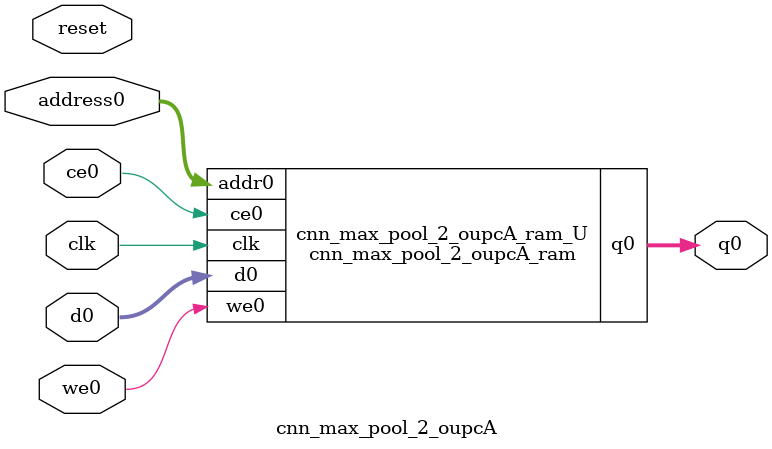
<source format=v>
`timescale 1 ns / 1 ps
module cnn_max_pool_2_oupcA_ram (addr0, ce0, d0, we0, q0,  clk);

parameter DWIDTH = 32;
parameter AWIDTH = 9;
parameter MEM_SIZE = 400;

input[AWIDTH-1:0] addr0;
input ce0;
input[DWIDTH-1:0] d0;
input we0;
output reg[DWIDTH-1:0] q0;
input clk;

(* ram_style = "block" *)reg [DWIDTH-1:0] ram[0:MEM_SIZE-1];




always @(posedge clk)  
begin 
    if (ce0) 
    begin
        if (we0) 
        begin 
            ram[addr0] <= d0; 
        end 
        q0 <= ram[addr0];
    end
end


endmodule

`timescale 1 ns / 1 ps
module cnn_max_pool_2_oupcA(
    reset,
    clk,
    address0,
    ce0,
    we0,
    d0,
    q0);

parameter DataWidth = 32'd32;
parameter AddressRange = 32'd400;
parameter AddressWidth = 32'd9;
input reset;
input clk;
input[AddressWidth - 1:0] address0;
input ce0;
input we0;
input[DataWidth - 1:0] d0;
output[DataWidth - 1:0] q0;



cnn_max_pool_2_oupcA_ram cnn_max_pool_2_oupcA_ram_U(
    .clk( clk ),
    .addr0( address0 ),
    .ce0( ce0 ),
    .we0( we0 ),
    .d0( d0 ),
    .q0( q0 ));

endmodule


</source>
